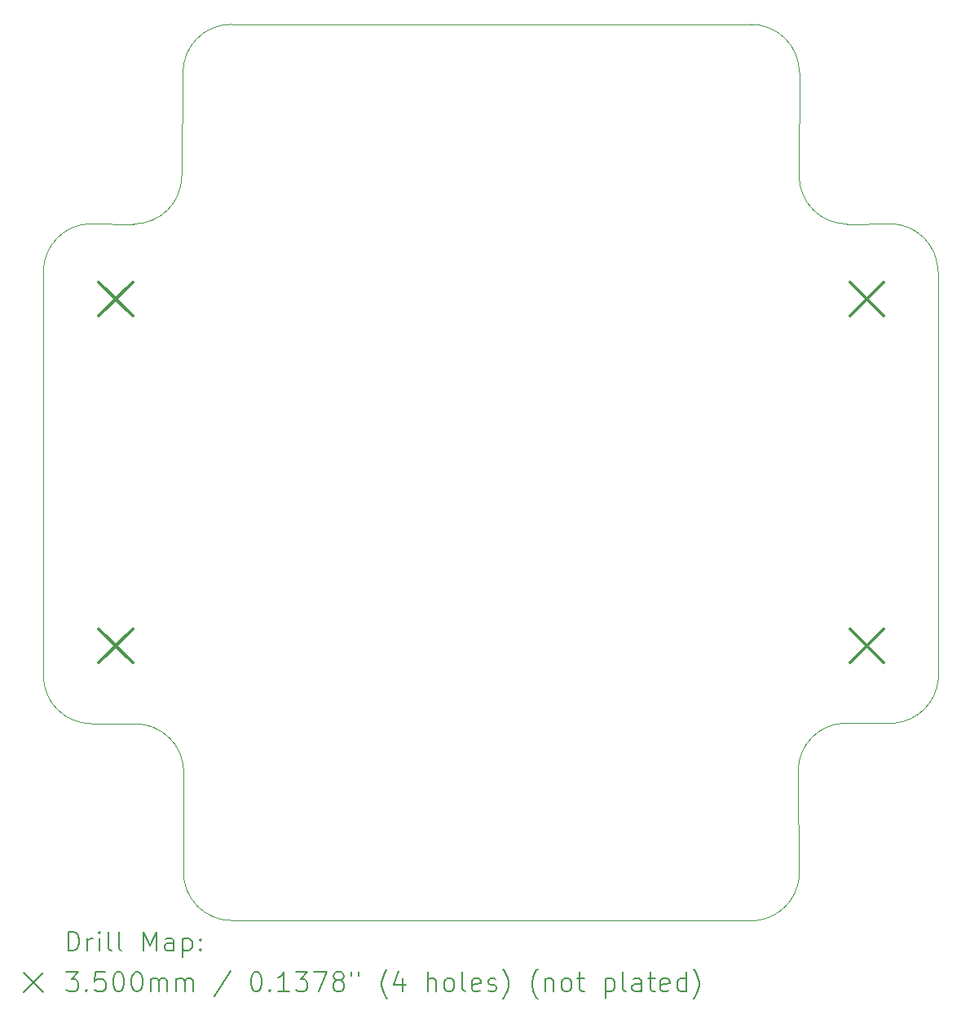
<source format=gbr>
%TF.GenerationSoftware,KiCad,Pcbnew,9.0.6*%
%TF.CreationDate,2025-11-29T13:29:29+01:00*%
%TF.ProjectId,AMN_230V_pcb,414d4e5f-3233-4305-965f-7063622e6b69,rev?*%
%TF.SameCoordinates,Original*%
%TF.FileFunction,Drillmap*%
%TF.FilePolarity,Positive*%
%FSLAX45Y45*%
G04 Gerber Fmt 4.5, Leading zero omitted, Abs format (unit mm)*
G04 Created by KiCad (PCBNEW 9.0.6) date 2025-11-29 13:29:29*
%MOMM*%
%LPD*%
G01*
G04 APERTURE LIST*
%ADD10C,0.050000*%
%ADD11C,0.200000*%
%ADD12C,0.350000*%
G04 APERTURE END LIST*
D10*
X14333553Y-7556447D02*
G75*
G02*
X13833553Y-7056447I-3J499997D01*
G01*
X5983553Y-8053553D02*
G75*
G02*
X6483553Y-7553553I500000J0D01*
G01*
X7933553Y-5485000D02*
X13336447Y-5485553D01*
X14776450Y-7553553D02*
X14333553Y-7556447D01*
X7421447Y-7056447D02*
G75*
G02*
X6921447Y-7556447I-500000J0D01*
G01*
X7441446Y-13243553D02*
X7438553Y-14283447D01*
X14829683Y-12734683D02*
X14323553Y-12735003D01*
X13833553Y-7056447D02*
X13836447Y-5985550D01*
X13384683Y-14784683D02*
X7938550Y-14783447D01*
X14776447Y-7553553D02*
G75*
G02*
X15276447Y-8053553I3J-499997D01*
G01*
X13823553Y-13235000D02*
X13834683Y-14334683D01*
X13336447Y-5485553D02*
G75*
G02*
X13836447Y-5985553I3J-499997D01*
G01*
X15279683Y-12284682D02*
X15276447Y-8053553D01*
X13834683Y-14334683D02*
G75*
G02*
X13384683Y-14784683I-500003J50003D01*
G01*
X7421447Y-7056447D02*
X7433553Y-5985000D01*
X6483553Y-12741447D02*
G75*
G02*
X5983553Y-12241447I-3J499997D01*
G01*
X6483553Y-7553553D02*
X6921447Y-7556447D01*
X5983553Y-12241447D02*
X5983553Y-8053553D01*
X7433553Y-5985000D02*
G75*
G02*
X7933553Y-5485003I499997J0D01*
G01*
X6941450Y-12743553D02*
X6483553Y-12741447D01*
X13823553Y-13235000D02*
G75*
G02*
X14323553Y-12735003I499997J0D01*
G01*
X15279683Y-12284683D02*
G75*
G02*
X14829683Y-12734683I-500003J50003D01*
G01*
X7938553Y-14783447D02*
G75*
G02*
X7438553Y-14283447I-3J499997D01*
G01*
X6941447Y-12743553D02*
G75*
G02*
X7441447Y-13243553I3J-499997D01*
G01*
D11*
D12*
X6560000Y-8160000D02*
X6910000Y-8510000D01*
X6910000Y-8160000D02*
X6560000Y-8510000D01*
X6560000Y-11760000D02*
X6910000Y-12110000D01*
X6910000Y-11760000D02*
X6560000Y-12110000D01*
X14360000Y-8160000D02*
X14710000Y-8510000D01*
X14710000Y-8160000D02*
X14360000Y-8510000D01*
X14360000Y-11760000D02*
X14710000Y-12110000D01*
X14710000Y-11760000D02*
X14360000Y-12110000D01*
D11*
X6241830Y-15098667D02*
X6241830Y-14898667D01*
X6241830Y-14898667D02*
X6289449Y-14898667D01*
X6289449Y-14898667D02*
X6318021Y-14908191D01*
X6318021Y-14908191D02*
X6337068Y-14927238D01*
X6337068Y-14927238D02*
X6346592Y-14946286D01*
X6346592Y-14946286D02*
X6356116Y-14984381D01*
X6356116Y-14984381D02*
X6356116Y-15012953D01*
X6356116Y-15012953D02*
X6346592Y-15051048D01*
X6346592Y-15051048D02*
X6337068Y-15070095D01*
X6337068Y-15070095D02*
X6318021Y-15089143D01*
X6318021Y-15089143D02*
X6289449Y-15098667D01*
X6289449Y-15098667D02*
X6241830Y-15098667D01*
X6441830Y-15098667D02*
X6441830Y-14965334D01*
X6441830Y-15003429D02*
X6451354Y-14984381D01*
X6451354Y-14984381D02*
X6460878Y-14974857D01*
X6460878Y-14974857D02*
X6479925Y-14965334D01*
X6479925Y-14965334D02*
X6498973Y-14965334D01*
X6565640Y-15098667D02*
X6565640Y-14965334D01*
X6565640Y-14898667D02*
X6556116Y-14908191D01*
X6556116Y-14908191D02*
X6565640Y-14917715D01*
X6565640Y-14917715D02*
X6575163Y-14908191D01*
X6575163Y-14908191D02*
X6565640Y-14898667D01*
X6565640Y-14898667D02*
X6565640Y-14917715D01*
X6689449Y-15098667D02*
X6670402Y-15089143D01*
X6670402Y-15089143D02*
X6660878Y-15070095D01*
X6660878Y-15070095D02*
X6660878Y-14898667D01*
X6794211Y-15098667D02*
X6775163Y-15089143D01*
X6775163Y-15089143D02*
X6765640Y-15070095D01*
X6765640Y-15070095D02*
X6765640Y-14898667D01*
X7022783Y-15098667D02*
X7022783Y-14898667D01*
X7022783Y-14898667D02*
X7089449Y-15041524D01*
X7089449Y-15041524D02*
X7156116Y-14898667D01*
X7156116Y-14898667D02*
X7156116Y-15098667D01*
X7337068Y-15098667D02*
X7337068Y-14993905D01*
X7337068Y-14993905D02*
X7327544Y-14974857D01*
X7327544Y-14974857D02*
X7308497Y-14965334D01*
X7308497Y-14965334D02*
X7270402Y-14965334D01*
X7270402Y-14965334D02*
X7251354Y-14974857D01*
X7337068Y-15089143D02*
X7318021Y-15098667D01*
X7318021Y-15098667D02*
X7270402Y-15098667D01*
X7270402Y-15098667D02*
X7251354Y-15089143D01*
X7251354Y-15089143D02*
X7241830Y-15070095D01*
X7241830Y-15070095D02*
X7241830Y-15051048D01*
X7241830Y-15051048D02*
X7251354Y-15032000D01*
X7251354Y-15032000D02*
X7270402Y-15022476D01*
X7270402Y-15022476D02*
X7318021Y-15022476D01*
X7318021Y-15022476D02*
X7337068Y-15012953D01*
X7432306Y-14965334D02*
X7432306Y-15165334D01*
X7432306Y-14974857D02*
X7451354Y-14965334D01*
X7451354Y-14965334D02*
X7489449Y-14965334D01*
X7489449Y-14965334D02*
X7508497Y-14974857D01*
X7508497Y-14974857D02*
X7518021Y-14984381D01*
X7518021Y-14984381D02*
X7527544Y-15003429D01*
X7527544Y-15003429D02*
X7527544Y-15060572D01*
X7527544Y-15060572D02*
X7518021Y-15079619D01*
X7518021Y-15079619D02*
X7508497Y-15089143D01*
X7508497Y-15089143D02*
X7489449Y-15098667D01*
X7489449Y-15098667D02*
X7451354Y-15098667D01*
X7451354Y-15098667D02*
X7432306Y-15089143D01*
X7613259Y-15079619D02*
X7622783Y-15089143D01*
X7622783Y-15089143D02*
X7613259Y-15098667D01*
X7613259Y-15098667D02*
X7603735Y-15089143D01*
X7603735Y-15089143D02*
X7613259Y-15079619D01*
X7613259Y-15079619D02*
X7613259Y-15098667D01*
X7613259Y-14974857D02*
X7622783Y-14984381D01*
X7622783Y-14984381D02*
X7613259Y-14993905D01*
X7613259Y-14993905D02*
X7603735Y-14984381D01*
X7603735Y-14984381D02*
X7613259Y-14974857D01*
X7613259Y-14974857D02*
X7613259Y-14993905D01*
X5781053Y-15327183D02*
X5981053Y-15527183D01*
X5981053Y-15327183D02*
X5781053Y-15527183D01*
X6222783Y-15318667D02*
X6346592Y-15318667D01*
X6346592Y-15318667D02*
X6279925Y-15394857D01*
X6279925Y-15394857D02*
X6308497Y-15394857D01*
X6308497Y-15394857D02*
X6327544Y-15404381D01*
X6327544Y-15404381D02*
X6337068Y-15413905D01*
X6337068Y-15413905D02*
X6346592Y-15432953D01*
X6346592Y-15432953D02*
X6346592Y-15480572D01*
X6346592Y-15480572D02*
X6337068Y-15499619D01*
X6337068Y-15499619D02*
X6327544Y-15509143D01*
X6327544Y-15509143D02*
X6308497Y-15518667D01*
X6308497Y-15518667D02*
X6251354Y-15518667D01*
X6251354Y-15518667D02*
X6232306Y-15509143D01*
X6232306Y-15509143D02*
X6222783Y-15499619D01*
X6432306Y-15499619D02*
X6441830Y-15509143D01*
X6441830Y-15509143D02*
X6432306Y-15518667D01*
X6432306Y-15518667D02*
X6422783Y-15509143D01*
X6422783Y-15509143D02*
X6432306Y-15499619D01*
X6432306Y-15499619D02*
X6432306Y-15518667D01*
X6622783Y-15318667D02*
X6527544Y-15318667D01*
X6527544Y-15318667D02*
X6518021Y-15413905D01*
X6518021Y-15413905D02*
X6527544Y-15404381D01*
X6527544Y-15404381D02*
X6546592Y-15394857D01*
X6546592Y-15394857D02*
X6594211Y-15394857D01*
X6594211Y-15394857D02*
X6613259Y-15404381D01*
X6613259Y-15404381D02*
X6622783Y-15413905D01*
X6622783Y-15413905D02*
X6632306Y-15432953D01*
X6632306Y-15432953D02*
X6632306Y-15480572D01*
X6632306Y-15480572D02*
X6622783Y-15499619D01*
X6622783Y-15499619D02*
X6613259Y-15509143D01*
X6613259Y-15509143D02*
X6594211Y-15518667D01*
X6594211Y-15518667D02*
X6546592Y-15518667D01*
X6546592Y-15518667D02*
X6527544Y-15509143D01*
X6527544Y-15509143D02*
X6518021Y-15499619D01*
X6756116Y-15318667D02*
X6775164Y-15318667D01*
X6775164Y-15318667D02*
X6794211Y-15328191D01*
X6794211Y-15328191D02*
X6803735Y-15337715D01*
X6803735Y-15337715D02*
X6813259Y-15356762D01*
X6813259Y-15356762D02*
X6822783Y-15394857D01*
X6822783Y-15394857D02*
X6822783Y-15442476D01*
X6822783Y-15442476D02*
X6813259Y-15480572D01*
X6813259Y-15480572D02*
X6803735Y-15499619D01*
X6803735Y-15499619D02*
X6794211Y-15509143D01*
X6794211Y-15509143D02*
X6775164Y-15518667D01*
X6775164Y-15518667D02*
X6756116Y-15518667D01*
X6756116Y-15518667D02*
X6737068Y-15509143D01*
X6737068Y-15509143D02*
X6727544Y-15499619D01*
X6727544Y-15499619D02*
X6718021Y-15480572D01*
X6718021Y-15480572D02*
X6708497Y-15442476D01*
X6708497Y-15442476D02*
X6708497Y-15394857D01*
X6708497Y-15394857D02*
X6718021Y-15356762D01*
X6718021Y-15356762D02*
X6727544Y-15337715D01*
X6727544Y-15337715D02*
X6737068Y-15328191D01*
X6737068Y-15328191D02*
X6756116Y-15318667D01*
X6946592Y-15318667D02*
X6965640Y-15318667D01*
X6965640Y-15318667D02*
X6984687Y-15328191D01*
X6984687Y-15328191D02*
X6994211Y-15337715D01*
X6994211Y-15337715D02*
X7003735Y-15356762D01*
X7003735Y-15356762D02*
X7013259Y-15394857D01*
X7013259Y-15394857D02*
X7013259Y-15442476D01*
X7013259Y-15442476D02*
X7003735Y-15480572D01*
X7003735Y-15480572D02*
X6994211Y-15499619D01*
X6994211Y-15499619D02*
X6984687Y-15509143D01*
X6984687Y-15509143D02*
X6965640Y-15518667D01*
X6965640Y-15518667D02*
X6946592Y-15518667D01*
X6946592Y-15518667D02*
X6927544Y-15509143D01*
X6927544Y-15509143D02*
X6918021Y-15499619D01*
X6918021Y-15499619D02*
X6908497Y-15480572D01*
X6908497Y-15480572D02*
X6898973Y-15442476D01*
X6898973Y-15442476D02*
X6898973Y-15394857D01*
X6898973Y-15394857D02*
X6908497Y-15356762D01*
X6908497Y-15356762D02*
X6918021Y-15337715D01*
X6918021Y-15337715D02*
X6927544Y-15328191D01*
X6927544Y-15328191D02*
X6946592Y-15318667D01*
X7098973Y-15518667D02*
X7098973Y-15385334D01*
X7098973Y-15404381D02*
X7108497Y-15394857D01*
X7108497Y-15394857D02*
X7127544Y-15385334D01*
X7127544Y-15385334D02*
X7156116Y-15385334D01*
X7156116Y-15385334D02*
X7175164Y-15394857D01*
X7175164Y-15394857D02*
X7184687Y-15413905D01*
X7184687Y-15413905D02*
X7184687Y-15518667D01*
X7184687Y-15413905D02*
X7194211Y-15394857D01*
X7194211Y-15394857D02*
X7213259Y-15385334D01*
X7213259Y-15385334D02*
X7241830Y-15385334D01*
X7241830Y-15385334D02*
X7260878Y-15394857D01*
X7260878Y-15394857D02*
X7270402Y-15413905D01*
X7270402Y-15413905D02*
X7270402Y-15518667D01*
X7365640Y-15518667D02*
X7365640Y-15385334D01*
X7365640Y-15404381D02*
X7375164Y-15394857D01*
X7375164Y-15394857D02*
X7394211Y-15385334D01*
X7394211Y-15385334D02*
X7422783Y-15385334D01*
X7422783Y-15385334D02*
X7441830Y-15394857D01*
X7441830Y-15394857D02*
X7451354Y-15413905D01*
X7451354Y-15413905D02*
X7451354Y-15518667D01*
X7451354Y-15413905D02*
X7460878Y-15394857D01*
X7460878Y-15394857D02*
X7479925Y-15385334D01*
X7479925Y-15385334D02*
X7508497Y-15385334D01*
X7508497Y-15385334D02*
X7527545Y-15394857D01*
X7527545Y-15394857D02*
X7537068Y-15413905D01*
X7537068Y-15413905D02*
X7537068Y-15518667D01*
X7927545Y-15309143D02*
X7756116Y-15566286D01*
X8184687Y-15318667D02*
X8203735Y-15318667D01*
X8203735Y-15318667D02*
X8222783Y-15328191D01*
X8222783Y-15328191D02*
X8232307Y-15337715D01*
X8232307Y-15337715D02*
X8241830Y-15356762D01*
X8241830Y-15356762D02*
X8251354Y-15394857D01*
X8251354Y-15394857D02*
X8251354Y-15442476D01*
X8251354Y-15442476D02*
X8241830Y-15480572D01*
X8241830Y-15480572D02*
X8232307Y-15499619D01*
X8232307Y-15499619D02*
X8222783Y-15509143D01*
X8222783Y-15509143D02*
X8203735Y-15518667D01*
X8203735Y-15518667D02*
X8184687Y-15518667D01*
X8184687Y-15518667D02*
X8165640Y-15509143D01*
X8165640Y-15509143D02*
X8156116Y-15499619D01*
X8156116Y-15499619D02*
X8146592Y-15480572D01*
X8146592Y-15480572D02*
X8137068Y-15442476D01*
X8137068Y-15442476D02*
X8137068Y-15394857D01*
X8137068Y-15394857D02*
X8146592Y-15356762D01*
X8146592Y-15356762D02*
X8156116Y-15337715D01*
X8156116Y-15337715D02*
X8165640Y-15328191D01*
X8165640Y-15328191D02*
X8184687Y-15318667D01*
X8337068Y-15499619D02*
X8346592Y-15509143D01*
X8346592Y-15509143D02*
X8337068Y-15518667D01*
X8337068Y-15518667D02*
X8327545Y-15509143D01*
X8327545Y-15509143D02*
X8337068Y-15499619D01*
X8337068Y-15499619D02*
X8337068Y-15518667D01*
X8537069Y-15518667D02*
X8422783Y-15518667D01*
X8479926Y-15518667D02*
X8479926Y-15318667D01*
X8479926Y-15318667D02*
X8460878Y-15347238D01*
X8460878Y-15347238D02*
X8441830Y-15366286D01*
X8441830Y-15366286D02*
X8422783Y-15375810D01*
X8603735Y-15318667D02*
X8727545Y-15318667D01*
X8727545Y-15318667D02*
X8660878Y-15394857D01*
X8660878Y-15394857D02*
X8689450Y-15394857D01*
X8689450Y-15394857D02*
X8708497Y-15404381D01*
X8708497Y-15404381D02*
X8718021Y-15413905D01*
X8718021Y-15413905D02*
X8727545Y-15432953D01*
X8727545Y-15432953D02*
X8727545Y-15480572D01*
X8727545Y-15480572D02*
X8718021Y-15499619D01*
X8718021Y-15499619D02*
X8708497Y-15509143D01*
X8708497Y-15509143D02*
X8689450Y-15518667D01*
X8689450Y-15518667D02*
X8632307Y-15518667D01*
X8632307Y-15518667D02*
X8613259Y-15509143D01*
X8613259Y-15509143D02*
X8603735Y-15499619D01*
X8794211Y-15318667D02*
X8927545Y-15318667D01*
X8927545Y-15318667D02*
X8841830Y-15518667D01*
X9032307Y-15404381D02*
X9013259Y-15394857D01*
X9013259Y-15394857D02*
X9003735Y-15385334D01*
X9003735Y-15385334D02*
X8994211Y-15366286D01*
X8994211Y-15366286D02*
X8994211Y-15356762D01*
X8994211Y-15356762D02*
X9003735Y-15337715D01*
X9003735Y-15337715D02*
X9013259Y-15328191D01*
X9013259Y-15328191D02*
X9032307Y-15318667D01*
X9032307Y-15318667D02*
X9070402Y-15318667D01*
X9070402Y-15318667D02*
X9089450Y-15328191D01*
X9089450Y-15328191D02*
X9098973Y-15337715D01*
X9098973Y-15337715D02*
X9108497Y-15356762D01*
X9108497Y-15356762D02*
X9108497Y-15366286D01*
X9108497Y-15366286D02*
X9098973Y-15385334D01*
X9098973Y-15385334D02*
X9089450Y-15394857D01*
X9089450Y-15394857D02*
X9070402Y-15404381D01*
X9070402Y-15404381D02*
X9032307Y-15404381D01*
X9032307Y-15404381D02*
X9013259Y-15413905D01*
X9013259Y-15413905D02*
X9003735Y-15423429D01*
X9003735Y-15423429D02*
X8994211Y-15442476D01*
X8994211Y-15442476D02*
X8994211Y-15480572D01*
X8994211Y-15480572D02*
X9003735Y-15499619D01*
X9003735Y-15499619D02*
X9013259Y-15509143D01*
X9013259Y-15509143D02*
X9032307Y-15518667D01*
X9032307Y-15518667D02*
X9070402Y-15518667D01*
X9070402Y-15518667D02*
X9089450Y-15509143D01*
X9089450Y-15509143D02*
X9098973Y-15499619D01*
X9098973Y-15499619D02*
X9108497Y-15480572D01*
X9108497Y-15480572D02*
X9108497Y-15442476D01*
X9108497Y-15442476D02*
X9098973Y-15423429D01*
X9098973Y-15423429D02*
X9089450Y-15413905D01*
X9089450Y-15413905D02*
X9070402Y-15404381D01*
X9184688Y-15318667D02*
X9184688Y-15356762D01*
X9260878Y-15318667D02*
X9260878Y-15356762D01*
X9556116Y-15594857D02*
X9546592Y-15585334D01*
X9546592Y-15585334D02*
X9527545Y-15556762D01*
X9527545Y-15556762D02*
X9518021Y-15537715D01*
X9518021Y-15537715D02*
X9508497Y-15509143D01*
X9508497Y-15509143D02*
X9498973Y-15461524D01*
X9498973Y-15461524D02*
X9498973Y-15423429D01*
X9498973Y-15423429D02*
X9508497Y-15375810D01*
X9508497Y-15375810D02*
X9518021Y-15347238D01*
X9518021Y-15347238D02*
X9527545Y-15328191D01*
X9527545Y-15328191D02*
X9546592Y-15299619D01*
X9546592Y-15299619D02*
X9556116Y-15290095D01*
X9718021Y-15385334D02*
X9718021Y-15518667D01*
X9670402Y-15309143D02*
X9622783Y-15452000D01*
X9622783Y-15452000D02*
X9746592Y-15452000D01*
X9975164Y-15518667D02*
X9975164Y-15318667D01*
X10060878Y-15518667D02*
X10060878Y-15413905D01*
X10060878Y-15413905D02*
X10051354Y-15394857D01*
X10051354Y-15394857D02*
X10032307Y-15385334D01*
X10032307Y-15385334D02*
X10003735Y-15385334D01*
X10003735Y-15385334D02*
X9984688Y-15394857D01*
X9984688Y-15394857D02*
X9975164Y-15404381D01*
X10184688Y-15518667D02*
X10165640Y-15509143D01*
X10165640Y-15509143D02*
X10156116Y-15499619D01*
X10156116Y-15499619D02*
X10146593Y-15480572D01*
X10146593Y-15480572D02*
X10146593Y-15423429D01*
X10146593Y-15423429D02*
X10156116Y-15404381D01*
X10156116Y-15404381D02*
X10165640Y-15394857D01*
X10165640Y-15394857D02*
X10184688Y-15385334D01*
X10184688Y-15385334D02*
X10213259Y-15385334D01*
X10213259Y-15385334D02*
X10232307Y-15394857D01*
X10232307Y-15394857D02*
X10241831Y-15404381D01*
X10241831Y-15404381D02*
X10251354Y-15423429D01*
X10251354Y-15423429D02*
X10251354Y-15480572D01*
X10251354Y-15480572D02*
X10241831Y-15499619D01*
X10241831Y-15499619D02*
X10232307Y-15509143D01*
X10232307Y-15509143D02*
X10213259Y-15518667D01*
X10213259Y-15518667D02*
X10184688Y-15518667D01*
X10365640Y-15518667D02*
X10346593Y-15509143D01*
X10346593Y-15509143D02*
X10337069Y-15490095D01*
X10337069Y-15490095D02*
X10337069Y-15318667D01*
X10518021Y-15509143D02*
X10498974Y-15518667D01*
X10498974Y-15518667D02*
X10460878Y-15518667D01*
X10460878Y-15518667D02*
X10441831Y-15509143D01*
X10441831Y-15509143D02*
X10432307Y-15490095D01*
X10432307Y-15490095D02*
X10432307Y-15413905D01*
X10432307Y-15413905D02*
X10441831Y-15394857D01*
X10441831Y-15394857D02*
X10460878Y-15385334D01*
X10460878Y-15385334D02*
X10498974Y-15385334D01*
X10498974Y-15385334D02*
X10518021Y-15394857D01*
X10518021Y-15394857D02*
X10527545Y-15413905D01*
X10527545Y-15413905D02*
X10527545Y-15432953D01*
X10527545Y-15432953D02*
X10432307Y-15452000D01*
X10603735Y-15509143D02*
X10622783Y-15518667D01*
X10622783Y-15518667D02*
X10660878Y-15518667D01*
X10660878Y-15518667D02*
X10679926Y-15509143D01*
X10679926Y-15509143D02*
X10689450Y-15490095D01*
X10689450Y-15490095D02*
X10689450Y-15480572D01*
X10689450Y-15480572D02*
X10679926Y-15461524D01*
X10679926Y-15461524D02*
X10660878Y-15452000D01*
X10660878Y-15452000D02*
X10632307Y-15452000D01*
X10632307Y-15452000D02*
X10613259Y-15442476D01*
X10613259Y-15442476D02*
X10603735Y-15423429D01*
X10603735Y-15423429D02*
X10603735Y-15413905D01*
X10603735Y-15413905D02*
X10613259Y-15394857D01*
X10613259Y-15394857D02*
X10632307Y-15385334D01*
X10632307Y-15385334D02*
X10660878Y-15385334D01*
X10660878Y-15385334D02*
X10679926Y-15394857D01*
X10756116Y-15594857D02*
X10765640Y-15585334D01*
X10765640Y-15585334D02*
X10784688Y-15556762D01*
X10784688Y-15556762D02*
X10794212Y-15537715D01*
X10794212Y-15537715D02*
X10803735Y-15509143D01*
X10803735Y-15509143D02*
X10813259Y-15461524D01*
X10813259Y-15461524D02*
X10813259Y-15423429D01*
X10813259Y-15423429D02*
X10803735Y-15375810D01*
X10803735Y-15375810D02*
X10794212Y-15347238D01*
X10794212Y-15347238D02*
X10784688Y-15328191D01*
X10784688Y-15328191D02*
X10765640Y-15299619D01*
X10765640Y-15299619D02*
X10756116Y-15290095D01*
X11118021Y-15594857D02*
X11108497Y-15585334D01*
X11108497Y-15585334D02*
X11089450Y-15556762D01*
X11089450Y-15556762D02*
X11079926Y-15537715D01*
X11079926Y-15537715D02*
X11070402Y-15509143D01*
X11070402Y-15509143D02*
X11060878Y-15461524D01*
X11060878Y-15461524D02*
X11060878Y-15423429D01*
X11060878Y-15423429D02*
X11070402Y-15375810D01*
X11070402Y-15375810D02*
X11079926Y-15347238D01*
X11079926Y-15347238D02*
X11089450Y-15328191D01*
X11089450Y-15328191D02*
X11108497Y-15299619D01*
X11108497Y-15299619D02*
X11118021Y-15290095D01*
X11194212Y-15385334D02*
X11194212Y-15518667D01*
X11194212Y-15404381D02*
X11203735Y-15394857D01*
X11203735Y-15394857D02*
X11222783Y-15385334D01*
X11222783Y-15385334D02*
X11251354Y-15385334D01*
X11251354Y-15385334D02*
X11270402Y-15394857D01*
X11270402Y-15394857D02*
X11279926Y-15413905D01*
X11279926Y-15413905D02*
X11279926Y-15518667D01*
X11403735Y-15518667D02*
X11384688Y-15509143D01*
X11384688Y-15509143D02*
X11375164Y-15499619D01*
X11375164Y-15499619D02*
X11365640Y-15480572D01*
X11365640Y-15480572D02*
X11365640Y-15423429D01*
X11365640Y-15423429D02*
X11375164Y-15404381D01*
X11375164Y-15404381D02*
X11384688Y-15394857D01*
X11384688Y-15394857D02*
X11403735Y-15385334D01*
X11403735Y-15385334D02*
X11432307Y-15385334D01*
X11432307Y-15385334D02*
X11451354Y-15394857D01*
X11451354Y-15394857D02*
X11460878Y-15404381D01*
X11460878Y-15404381D02*
X11470402Y-15423429D01*
X11470402Y-15423429D02*
X11470402Y-15480572D01*
X11470402Y-15480572D02*
X11460878Y-15499619D01*
X11460878Y-15499619D02*
X11451354Y-15509143D01*
X11451354Y-15509143D02*
X11432307Y-15518667D01*
X11432307Y-15518667D02*
X11403735Y-15518667D01*
X11527545Y-15385334D02*
X11603735Y-15385334D01*
X11556116Y-15318667D02*
X11556116Y-15490095D01*
X11556116Y-15490095D02*
X11565640Y-15509143D01*
X11565640Y-15509143D02*
X11584688Y-15518667D01*
X11584688Y-15518667D02*
X11603735Y-15518667D01*
X11822783Y-15385334D02*
X11822783Y-15585334D01*
X11822783Y-15394857D02*
X11841831Y-15385334D01*
X11841831Y-15385334D02*
X11879926Y-15385334D01*
X11879926Y-15385334D02*
X11898974Y-15394857D01*
X11898974Y-15394857D02*
X11908497Y-15404381D01*
X11908497Y-15404381D02*
X11918021Y-15423429D01*
X11918021Y-15423429D02*
X11918021Y-15480572D01*
X11918021Y-15480572D02*
X11908497Y-15499619D01*
X11908497Y-15499619D02*
X11898974Y-15509143D01*
X11898974Y-15509143D02*
X11879926Y-15518667D01*
X11879926Y-15518667D02*
X11841831Y-15518667D01*
X11841831Y-15518667D02*
X11822783Y-15509143D01*
X12032307Y-15518667D02*
X12013259Y-15509143D01*
X12013259Y-15509143D02*
X12003735Y-15490095D01*
X12003735Y-15490095D02*
X12003735Y-15318667D01*
X12194212Y-15518667D02*
X12194212Y-15413905D01*
X12194212Y-15413905D02*
X12184688Y-15394857D01*
X12184688Y-15394857D02*
X12165640Y-15385334D01*
X12165640Y-15385334D02*
X12127545Y-15385334D01*
X12127545Y-15385334D02*
X12108497Y-15394857D01*
X12194212Y-15509143D02*
X12175164Y-15518667D01*
X12175164Y-15518667D02*
X12127545Y-15518667D01*
X12127545Y-15518667D02*
X12108497Y-15509143D01*
X12108497Y-15509143D02*
X12098974Y-15490095D01*
X12098974Y-15490095D02*
X12098974Y-15471048D01*
X12098974Y-15471048D02*
X12108497Y-15452000D01*
X12108497Y-15452000D02*
X12127545Y-15442476D01*
X12127545Y-15442476D02*
X12175164Y-15442476D01*
X12175164Y-15442476D02*
X12194212Y-15432953D01*
X12260878Y-15385334D02*
X12337069Y-15385334D01*
X12289450Y-15318667D02*
X12289450Y-15490095D01*
X12289450Y-15490095D02*
X12298974Y-15509143D01*
X12298974Y-15509143D02*
X12318021Y-15518667D01*
X12318021Y-15518667D02*
X12337069Y-15518667D01*
X12479926Y-15509143D02*
X12460878Y-15518667D01*
X12460878Y-15518667D02*
X12422783Y-15518667D01*
X12422783Y-15518667D02*
X12403735Y-15509143D01*
X12403735Y-15509143D02*
X12394212Y-15490095D01*
X12394212Y-15490095D02*
X12394212Y-15413905D01*
X12394212Y-15413905D02*
X12403735Y-15394857D01*
X12403735Y-15394857D02*
X12422783Y-15385334D01*
X12422783Y-15385334D02*
X12460878Y-15385334D01*
X12460878Y-15385334D02*
X12479926Y-15394857D01*
X12479926Y-15394857D02*
X12489450Y-15413905D01*
X12489450Y-15413905D02*
X12489450Y-15432953D01*
X12489450Y-15432953D02*
X12394212Y-15452000D01*
X12660878Y-15518667D02*
X12660878Y-15318667D01*
X12660878Y-15509143D02*
X12641831Y-15518667D01*
X12641831Y-15518667D02*
X12603735Y-15518667D01*
X12603735Y-15518667D02*
X12584688Y-15509143D01*
X12584688Y-15509143D02*
X12575164Y-15499619D01*
X12575164Y-15499619D02*
X12565640Y-15480572D01*
X12565640Y-15480572D02*
X12565640Y-15423429D01*
X12565640Y-15423429D02*
X12575164Y-15404381D01*
X12575164Y-15404381D02*
X12584688Y-15394857D01*
X12584688Y-15394857D02*
X12603735Y-15385334D01*
X12603735Y-15385334D02*
X12641831Y-15385334D01*
X12641831Y-15385334D02*
X12660878Y-15394857D01*
X12737069Y-15594857D02*
X12746593Y-15585334D01*
X12746593Y-15585334D02*
X12765640Y-15556762D01*
X12765640Y-15556762D02*
X12775164Y-15537715D01*
X12775164Y-15537715D02*
X12784688Y-15509143D01*
X12784688Y-15509143D02*
X12794212Y-15461524D01*
X12794212Y-15461524D02*
X12794212Y-15423429D01*
X12794212Y-15423429D02*
X12784688Y-15375810D01*
X12784688Y-15375810D02*
X12775164Y-15347238D01*
X12775164Y-15347238D02*
X12765640Y-15328191D01*
X12765640Y-15328191D02*
X12746593Y-15299619D01*
X12746593Y-15299619D02*
X12737069Y-15290095D01*
M02*

</source>
